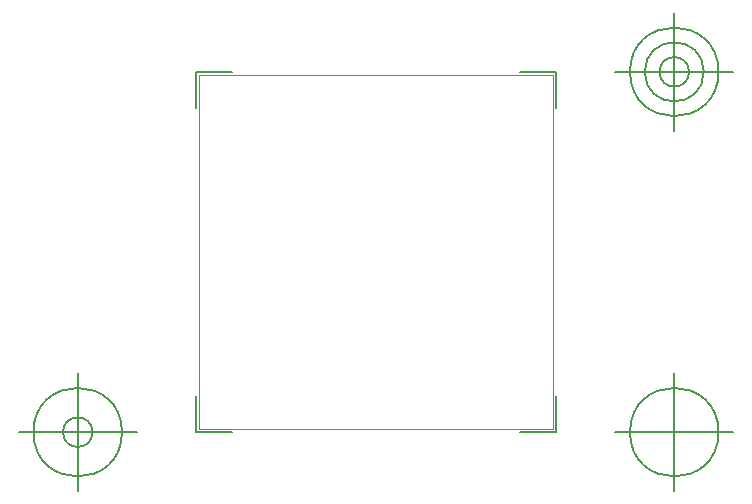
<source format=gbr>
G04 Generated by Ultiboard 14.3 *
%FSLAX34Y34*%
%MOMM*%

%ADD10C,0.0001*%
%ADD11C,0.1270*%
%ADD12C,0.0010*%


G04 ColorRGB 9900CC for the following layer *
%LNGlue Mask Bottom*%
%LPD*%
G54D10*
G54D11*
X35560Y-15520D02*
X35560Y14988D01*
X35560Y-15520D02*
X5052Y-15520D01*
X-269520Y-15520D02*
X-239012Y-15520D01*
X-269520Y-15520D02*
X-269520Y14988D01*
X-269520Y289560D02*
X-269520Y259052D01*
X-269520Y289560D02*
X-239012Y289560D01*
X35560Y289560D02*
X5052Y289560D01*
X35560Y289560D02*
X35560Y259052D01*
X85560Y-15520D02*
X185560Y-15520D01*
X135560Y-65520D02*
X135560Y34480D01*
X173060Y-15520D02*
G75*
D01*
G02X173060Y-15520I-37500J0*
G01*
X-319520Y-15520D02*
X-419520Y-15520D01*
X-369520Y-65520D02*
X-369520Y34480D01*
X-332020Y-15520D02*
G75*
D01*
G02X-332020Y-15520I-37500J0*
G01*
X-357020Y-15520D02*
G75*
D01*
G02X-357020Y-15520I-12500J0*
G01*
X85560Y289560D02*
X185560Y289560D01*
X135560Y239560D02*
X135560Y339560D01*
X173060Y289560D02*
G75*
D01*
G02X173060Y289560I-37500J0*
G01*
X160560Y289560D02*
G75*
D01*
G02X160560Y289560I-25000J0*
G01*
X148060Y289560D02*
G75*
D01*
G02X148060Y289560I-12500J0*
G01*
X35560Y-15520D02*
X35560Y14988D01*
X35560Y-15520D02*
X5052Y-15520D01*
X-269520Y-15520D02*
X-239012Y-15520D01*
X-269520Y-15520D02*
X-269520Y14988D01*
X-269520Y289560D02*
X-269520Y259052D01*
X-269520Y289560D02*
X-239012Y289560D01*
X35560Y289560D02*
X5052Y289560D01*
X35560Y289560D02*
X35560Y259052D01*
X85560Y-15520D02*
X185560Y-15520D01*
X135560Y-65520D02*
X135560Y34480D01*
X173060Y-15520D02*
G75*
D01*
G02X173060Y-15520I-37500J0*
G01*
X-319520Y-15520D02*
X-419520Y-15520D01*
X-369520Y-65520D02*
X-369520Y34480D01*
X-332020Y-15520D02*
G75*
D01*
G02X-332020Y-15520I-37500J0*
G01*
X-357020Y-15520D02*
G75*
D01*
G02X-357020Y-15520I-12500J0*
G01*
X85560Y289560D02*
X185560Y289560D01*
X135560Y239560D02*
X135560Y339560D01*
X173060Y289560D02*
G75*
D01*
G02X173060Y289560I-37500J0*
G01*
X160560Y289560D02*
G75*
D01*
G02X160560Y289560I-25000J0*
G01*
X148060Y289560D02*
G75*
D01*
G02X148060Y289560I-12500J0*
G01*
G54D12*
X33020Y-12980D02*
X-266980Y-12980D01*
X-266980Y287020D01*
X33020Y287020D01*
X33020Y-12980D01*

M02*

</source>
